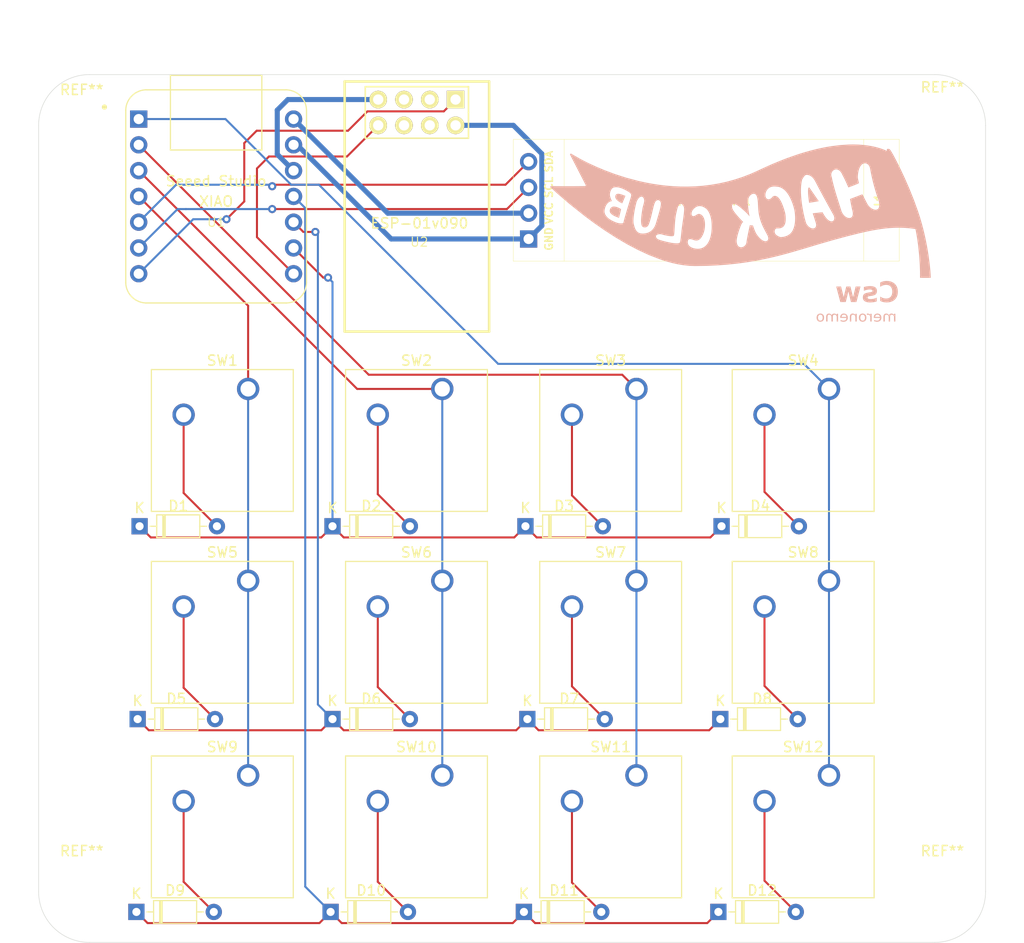
<source format=kicad_pcb>
(kicad_pcb (version 20240108) (generator "pcbnew") (generator_version "8.0")
  (layers (0 "F.Cu" signal) (31 "B.Cu" signal) (34 "B.Paste" user) (35 "F.Paste" user) (36 "B.SilkS" user "B.Silkscreen") (37 "F.SilkS" user "F.Silkscreen") (38 "B.Mask" user) (39 "F.Mask" user) (44 "Edge.Cuts" user))
  (net 0 "")
  (net 1 "ROW1")
  (net 2 "Net-(D1-A)")
  (net 3 "Net-(D2-A)")
  (net 4 "Net-(D3-A)")
  (net 5 "Net-(D4-A)")
  (net 6 "ROW2")
  (net 7 "Net-(D5-A)")
  (net 8 "Net-(D6-A)")
  (net 9 "Net-(D7-A)")
  (net 10 "Net-(D8-A)")
  (net 11 "ROW0")
  (net 12 "Net-(D9-A)")
  (net 13 "Net-(D10-A)")
  (net 14 "Net-(D11-A)")
  (net 15 "Net-(D12-A)")
  (net 16 "COL1")
  (net 17 "COL2")
  (net 18 "COL3")
  (net 19 "COL0")
  (net 20 "+3.3V")
  (net 21 "+5V")
  (net 22 "Net-(J1-Pin_4)")
  (net 23 "GND")
  (net 24 "Net-(J1-Pin_3)")
  (net 25 "TX")
  (net 26 "RX")
  (footprint "MountingHole:MountingHole_2.5mm" (layer "F.Cu") (at 172.25 103.5)
    (property "Reference" "REF**")
    (property "Value" "MountingHole_2.5mm")
  )
  (footprint "TurboCase:Cutout_TypeC" (layer "F.Cu") (at 100.75 26.25 -90)
    (property "Reference" "")
    (property "Value" "")
  )
  (footprint "Button_Switch_Keyboard:SW_Cherry_MX_1.00u_PCB" (layer "F.Cu") (at 123 54.47)
    (property "Reference" "SW2")
    (property "Value" "SW_Push")
  )
  (footprint "Button_Switch_Keyboard:SW_Cherry_MX_1.00u_PCB" (layer "F.Cu") (at 161.08 54.47)
    (property "Reference" "SW4")
    (property "Value" "SW_Push")
  )
  (footprint "MountingHole:MountingHole_2.5mm" (layer "F.Cu") (at 87.5 28.5)
    (property "Reference" "REF**")
    (property "Value" "MountingHole_2.5mm")
  )
  (footprint "Diode_THT:D_DO-35_SOD27_P7.62mm_Horizontal" (layer "F.Cu") (at 150.19 106)
    (property "Reference" "D12")
    (property "Value" "D")
  )
  (footprint "Button_Switch_Keyboard:SW_Cherry_MX_1.00u_PCB" (layer "F.Cu") (at 123 92.54)
    (property "Reference" "SW10")
    (property "Value" "SW_Push")
  )
  (footprint "Button_Switch_Keyboard:SW_Cherry_MX_1.00u_PCB" (layer "F.Cu") (at 161.08 73.37)
    (property "Reference" "SW8")
    (property "Value" "SW_Push")
  )
  (footprint "ESP8266:ESP-01" (layer "F.Cu") (at 124.31 25.959 -90)
    (property "Reference" "U2")
    (property "Value" "ESP-01v090")
  )
  (footprint "Button_Switch_Keyboard:SW_Cherry_MX_1.00u_PCB" (layer "F.Cu") (at 123 73.37)
    (property "Reference" "SW6")
    (property "Value" "SW_Push")
  )
  (footprint "Button_Switch_Keyboard:SW_Cherry_MX_1.00u_PCB" (layer "F.Cu") (at 103.88 54.47)
    (property "Reference" "SW1")
    (property "Value" "SW_Push")
  )
  (footprint "Seeed Studio XIAO Series Library:XIAO-Generic-Thruhole-14P-2.54-21X17.8MM" (layer "F.Cu") (at 100.73 35.5)
    (property "Reference" "U1")
    (property "Value" "Seeed Studio XIAO RP2040" (hide yes))
  )
  (footprint "MountingHole:MountingHole_2.5mm" (layer "F.Cu") (at 172.25 28.25)
    (property "Reference" "REF**")
    (property "Value" "MountingHole_2.5mm")
  )
  (footprint "Button_Switch_Keyboard:SW_Cherry_MX_1.00u_PCB" (layer "F.Cu") (at 142.12 54.47)
    (property "Reference" "SW3")
    (property "Value" "SW_Push")
  )
  (footprint "MountingHole:MountingHole_2.5mm" (layer "F.Cu") (at 87.5 103.5)
    (property "Reference" "REF**")
    (property "Value" "MountingHole_2.5mm")
  )
  (footprint "Diode_THT:D_DO-35_SOD27_P7.62mm_Horizontal" (layer "F.Cu") (at 112 106)
    (property "Reference" "D10")
    (property "Value" "D")
  )
  (footprint "Button_Switch_Keyboard:SW_Cherry_MX_1.00u_PCB" (layer "F.Cu") (at 142.12 92.54)
    (property "Reference" "SW11")
    (property "Value" "SW_Push")
  )
  (footprint "Button_Switch_Keyboard:SW_Cherry_MX_1.00u_PCB" (layer "F.Cu") (at 103.88 92.54)
    (property "Reference" "SW9")
    (property "Value" "SW_Push")
  )
  (footprint "SSD1306_OLED_0.91_4pin:SSD1306-0.91-OLED-4pin-128x32" (layer "F.Cu") (at 168 41.885 180)
    (property "Reference" "J1")
    (property "Value" "OLED")
  )
  (footprint "Diode_THT:D_DO-35_SOD27_P7.62mm_Horizontal" (layer "F.Cu") (at 93.19 68)
    (property "Reference" "D1")
    (property "Value" "D")
  )
  (footprint "Diode_THT:D_DO-35_SOD27_P7.62mm_Horizontal" (layer "F.Cu") (at 93 87)
    (property "Reference" "D5")
    (property "Value" "D")
  )
  (footprint "Diode_THT:D_DO-35_SOD27_P7.62mm_Horizontal" (layer "F.Cu") (at 92.88 106)
    (property "Reference" "D9")
    (property "Value" "D")
  )
  (footprint "Diode_THT:D_DO-35_SOD27_P7.62mm_Horizontal" (layer "F.Cu") (at 131.38 87)
    (property "Reference" "D7")
    (property "Value" "D")
  )
  (footprint "Button_Switch_Keyboard:SW_Cherry_MX_1.00u_PCB" (layer "F.Cu") (at 161.08 92.54)
    (property "Reference" "SW12")
    (property "Value" "SW_Push")
  )
  (footprint "Diode_THT:D_DO-35_SOD27_P7.62mm_Horizontal" (layer "F.Cu") (at 112.19 87)
    (property "Reference" "D6")
    (property "Value" "D")
  )
  (footprint "Diode_THT:D_DO-35_SOD27_P7.62mm_Horizontal" (layer "F.Cu") (at 131.19 68)
    (property "Reference" "D3")
    (property "Value" "D")
  )
  (footprint "Diode_THT:D_DO-35_SOD27_P7.62mm_Horizontal" (layer "F.Cu") (at 131.04 106)
    (property "Reference" "D11")
    (property "Value" "D")
  )
  (footprint "Button_Switch_Keyboard:SW_Cherry_MX_1.00u_PCB" (layer "F.Cu") (at 103.88 73.37)
    (property "Reference" "SW5")
    (property "Value" "SW_Push")
  )
  (footprint "Button_Switch_Keyboard:SW_Cherry_MX_1.00u_PCB" (layer "F.Cu") (at 142.12 73.37)
    (property "Reference" "SW7")
    (property "Value" "SW_Push")
  )
  (footprint "Diode_THT:D_DO-35_SOD27_P7.62mm_Horizontal" (layer "F.Cu") (at 150.38 87)
    (property "Reference" "D8")
    (property "Value" "D")
  )
  (footprint "Diode_THT:D_DO-35_SOD27_P7.62mm_Horizontal" (layer "F.Cu") (at 112.19 68)
    (property "Reference" "D2")
    (property "Value" "D")
  )
  (footprint "Diode_THT:D_DO-35_SOD27_P7.62mm_Horizontal" (layer "F.Cu") (at 150.5 68)
    (property "Reference" "D4")
    (property "Value" "D")
  )
  (gr_poly (pts (xy 163.030445 30.388716) (xy 162.215062 30.440212) (xy 161.3185 30.550253) (xy 160.83927 30.629941) (xy 160.339139 30.727519) (xy 159.817904 30.844074) (xy 159.275363 30.980689) (xy 158.711313 31.138451) (xy 158.125552 31.318443) (xy 157.517878 31.521751) (xy 156.888089 31.74946) (xy 156.235982 32.002655) (xy 155.561355 32.28242) (xy 154.864006 32.589841) (xy 154.143732 32.926003) (xy 153.353745 33.279497) (xy 152.564634 33.58391) (xy 151.777689 33.841539) (xy 150.994198 34.054682) (xy 150.215452 34.225638) (xy 149.442738 34.356706) (xy 148.677346 34.450183) (xy 147.920566 34.508369) (xy 147.173687 34.53356) (xy 146.437997 34.528056) (xy 145.714786 34.494155) (xy 145.005343 34.434156) (xy 144.310958 34.350356) (xy 143.63292 34.245053) (xy 142.972517 34.120547) (xy 142.331039 33.979136) (xy 141.110015 33.65479) (xy 139.980162 33.290402) (xy 138.951793 32.904359) (xy 138.035221 32.515047) (xy 137.240761 32.140854) (xy 136.578725 31.800165) (xy 135.693183 31.292847) (xy 135.68834 31.290233) (xy 135.683323 31.28825) (xy 135.67816 31.286871) (xy 135.672877 31.28607) (xy 135.667501 31.285823) (xy 135.662058 31.286104) (xy 135.656577 31.286887) (xy 135.651082 31.288147) (xy 135.645602 31.289857) (xy 135.640162 31.291993) (xy 135.63479 31.29453) (xy 135.629512 31.297441) (xy 135.624355 31.3007) (xy 135.619345 31.304284) (xy 135.61451 31.308165) (xy 135.609876 31.312318) (xy 135.60547 31.316719) (xy 135.601319 31.32134) (xy 135.597449 31.326158) (xy 135.593887 31.331145) (xy 135.59066 31.336278) (xy 135.587795 31.341529) (xy 135.585318 31.346874) (xy 135.583256 31.352287) (xy 135.581636 31.357743) (xy 135.580484 31.363216) (xy 135.579828 31.36868) (xy 135.579694 31.37411) (xy 135.580109 31.379481) (xy 135.581099 31.384766) (xy 135.582691 31.389941) (xy 135.584913 31.39498) (xy 137.119561 34.382239) (xy 137.121665 34.386676) (xy 137.123439 34.391153) (xy 137.12489 34.39566) (xy 137.126027 34.400184) (xy 137.126854 34.404712) (xy 137.12738 34.409235) (xy 137.127611 34.413739) (xy 137.127554 34.418214) (xy 137.127216 34.422647) (xy 137.126604 34.427026) (xy 137.125725 34.43134) (xy 137.124585 34.435577) (xy 137.123192 34.439725) (xy 137.121553 34.443773) (xy 137.119674 34.447709) (xy 137.117562 34.45152) (xy 137.115224 34.455196) (xy 137.112668 34.458725) (xy 137.109899 34.462094) (xy 137.106925 34.465292) (xy 137.103753 34.468307) (xy 137.10039 34.471127) (xy 137.096842 34.473742) (xy 137.093117 34.476138) (xy 137.089221 34.478304) (xy 137.085162 34.480229) (xy 137.080946 34.481901) (xy 137.076579 34.483307) (xy 137.07207 34.484437) (xy 137.067425 34.485277) (xy 137.06265 34.485818) (xy 137.057753 34.486046) (xy 135.817889 34.496302) (xy 134.8332 34.49626) (xy 133.708562 34.486884) (xy 133.702584 34.487018) (xy 133.696781 34.487569) (xy 133.69116 34.488519) (xy 133.685734 34.489848) (xy 133.680513 34.491536) (xy 133.675505 34.493566) (xy 133.670723 34.495918) (xy 133.666175 34.498573) (xy 133.661873 34.501513) (xy 133.657826 34.504718) (xy 133.654045 34.508169) (xy 133.65054 34.511847) (xy 133.647321 34.515734) (xy 133.644398 34.51981) (xy 133.641782 34.524057) (xy 133.639483 34.528455) (xy 133.637511 34.532985) (xy 133.635876 34.537629) (xy 133.634589 34.542368) (xy 133.63366 34.547182) (xy 133.633099 34.552053) (xy 133.632916 34.556962) (xy 133.633122 34.561889) (xy 133.633726 34.566816) (xy 133.63474 34.571724) (xy 133.636173 34.576593) (xy 133.638035 34.581406) (xy 133.640337 34.586142) (xy 133.643089 34.590783) (xy 133.646301 34.59531) (xy 133.649983 34.599704) (xy 133.654147 34.603946) (xy 134.328402 35.220871) (xy 135.504153 36.232821) (xy 137.088501 37.492689) (xy 138.004867 38.16962) (xy 138.988543 38.853366) (xy 140.027919 39.525537) (xy 141.11138 40.167746) (xy 142.227315 40.761604) (xy 143.36411 41.288722) (xy 144.510154 41.730712) (xy 145.083015 41.914038) (xy 145.653834 42.069186) (xy 146.221158 42.193858) (xy 146.783536 42.285755) (xy 147.339517 42.342579) (xy 147.887649 42.362031) (xy 149.0279 42.345351) (xy 150.10603 42.297085) (xy 151.127136 42.219895) (xy 152.096318 42.116445) (xy 153.018673 41.989396) (xy 153.899301 41.841409) (xy 154.743299 41.675149) (xy 155.555767 41.493276) (xy 156.341802 41.298453) (xy 157.106503 41.093343) (xy 158.592297 40.662907) (xy 160.053937 40.223268) (xy 161.53221 39.795723) (xy 162.085182 39.646526) (xy 155.102704 39.646526) (xy 155.099246 39.689665) (xy 155.091232 39.729827) (xy 155.078827 39.766797) (xy 155.062199 39.800359) (xy 155.041515 39.830299) (xy 155.01694 39.856401) (xy 154.988642 39.878449) (xy 154.956788 39.896228) (xy 154.921543 39.909524) (xy 154.883076 39.91812) (xy 154.841552 39.921801) (xy 154.797138 39.920352) (xy 154.750002 39.913558) (xy 154.700309 39.901203) (xy 154.648226 39.883072) (xy 154.59392 39.85895) (xy 154.537558 39.82862) (xy 154.479307 39.791869) (xy 154.419333 39.748481) (xy 154.357803 39.69824) (xy 154.294883 39.64093) (xy 154.23074 39.576338) (xy 154.165542 39.504247) (xy 154.099454 39.424441) (xy 154.032644 39.336707) (xy 153.965277 39.240827) (xy 153.932371 39.190833) (xy 153.899356 39.133396) (xy 153.86654 39.069989) (xy 153.834232 39.002084) (xy 153.802739 38.931152) (xy 153.772369 38.858665) (xy 153.716231 38.714917) (xy 153.66828 38.582614) (xy 153.63098 38.473532) (xy 153.598184 38.372136) (xy 153.284528 38.336836) (xy 153.139635 39.004394) (xy 153.026715 39.572318) (xy 152.980027 39.83708) (xy 152.947432 40.059429) (xy 152.938772 40.105507) (xy 152.925641 40.150134) (xy 152.908347 40.193118) (xy 152.887201 40.234268) (xy 152.86251 40.273391) (xy 152.834583 40.310296) (xy 152.803728 40.34479) (xy 152.770256 40.376684) (xy 152.734473 40.405783) (xy 152.696689 40.431898) (xy 152.657213 40.454836) (xy 152.616353 40.474405) (xy 152.574419 40.490414) (xy 152.531718 40.502671) (xy 152.488559 40.510984) (xy 152.445252 40.515161) (xy 152.402104 40.515011) (xy 152.359425 40.510343) (xy 152.317524 40.500963) (xy 152.276708 40.486681) (xy 152.237288 40.467305) (xy 152.19957 40.442643) (xy 152.163865 40.412503) (xy 152.130481 40.376694) (xy 152.099726 40.335024) (xy 152.07191 40.287301) (xy 152.04734 40.233333) (xy 152.026327 40.172929) (xy 152.009178 40.105897) (xy 151.996201 40.032045) (xy 151.987707 39.951181) (xy 151.984004 39.863115) (xy 151.999852 39.731797) (xy 152.023907 39.58936) (xy 152.056376 39.435751) (xy 152.097467 39.270916) (xy 152.147389 39.094803) (xy 152.206348 38.907359) (xy 152.274554 38.708531) (xy 152.352213 38.498267) (xy 152.373394 38.440851) (xy 149.530567 38.440851) (xy 149.528897 38.611702) (xy 149.52303 38.740227) (xy 149.514082 38.865222) (xy 149.502076 38.986619) (xy 149.487034 39.104351) (xy 149.468979 39.218351) (xy 149.447932 39.328553) (xy 149.423918 39.434888) (xy 149.396956 39.537291) (xy 149.367071 39.635694) (xy 149.334285 39.730029) (xy 149.298619 39.82023) (xy 149.260097 39.90623) (xy 149.218741 39.987962) (xy 149.174572 40.065358) (xy 149.127614 40.138352) (xy 149.077888 40.206877) (xy 149.025418 40.270865) (xy 148.970226 40.330249) (xy 148.912333 40.384962) (xy 148.851762 40.434938) (xy 148.788537 40.480109) (xy 148.722678 40.520409) (xy 148.654209 40.555769) (xy 148.583152 40.586123) (xy 148.509528 40.611404) (xy 148.433362 40.631546) (xy 148.354674 40.646479) (xy 148.273488 40.656139) (xy 148.189826 40.660458) (xy 148.103709 40.659368) (xy 148.015162 40.652802) (xy 147.924205 40.640694) (xy 147.835567 40.624212) (xy 147.753797 40.604731) (xy 147.678646 40.582478) (xy 147.609867 40.55768) (xy 147.547211 40.530563) (xy 147.49043 40.501354) (xy 147.439276 40.470277) (xy 147.393501 40.437561) (xy 147.352856 40.403431) (xy 147.317093 40.368114) (xy 147.285965 40.331835) (xy 147.259223 40.294822) (xy 147.236619 40.2573) (xy 147.217904 40.219497) (xy 147.202831 40.181638) (xy 147.191151 40.143949) (xy 147.182616 40.106658) (xy 147.176979 40.06999) (xy 147.17399 40.034171) (xy 147.173402 39.999429) (xy 147.174966 39.965989) (xy 147.178435 39.934078) (xy 147.18356 39.903922) (xy 147.190094 39.875747) (xy 147.197787 39.84978) (xy 147.206391 39.826247) (xy 147.215659 39.805375) (xy 147.225343 39.787389) (xy 147.235194 39.772517) (xy 147.244964 39.760984) (xy 147.254404 39.753017) (xy 147.263268 39.748842) (xy 147.276321 39.744636) (xy 147.288745 39.739358) (xy 147.31428 39.727337) (xy 147.328677 39.721472) (xy 147.345019 39.716287) (xy 147.363949 39.712222) (xy 147.38611 39.709716) (xy 147.412146 39.709205) (xy 147.442698 39.71113) (xy 147.478412 39.715929) (xy 147.519931 39.72404) (xy 147.567897 39.735901) (xy 147.622953 39.751951) (xy 147.685744 39.772629) (xy 147.756913 39.798373) (xy 147.794422 39.811612) (xy 147.831355 39.822905) (xy 147.867723 39.832233) (xy 147.903535 39.839574) (xy 147.938799 39.844909) (xy 147.973524 39.848217) (xy 148.007721 39.849478) (xy 148.041398 39.848671) (xy 148.074565 39.845776) (xy 148.10723 39.840773) (xy 148.139403 39.833642) (xy 148.171094 39.824361) (xy 148.20231 39.812911) (xy 148.233062 39.799272) (xy 148.263359 39.783422) (xy 148.29321 39.765342) (xy 148.322625 39.745012) (xy 148.351611 39.72241) (xy 148.38018 39.697517) (xy 148.408339 39.670312) (xy 148.436098 39.640775) (xy 148.463467 39.608886) (xy 148.490454 39.574624) (xy 148.517069 39.537969) (xy 148.54332 39.4989) (xy 148.569218 39.457398) (xy 148.61999 39.36701) (xy 148.669456 39.266643) (xy 148.717692 39.156133) (xy 148.748191 39.073456) (xy 148.776422 38.982661) (xy 148.801923 38.884846) (xy 148.824227 38.781114) (xy 148.842869 38.672564) (xy 148.857386 38.560296) (xy 148.867311 38.445412) (xy 148.87218 38.329011) (xy 148.871527 38.212194) (xy 148.864889 38.096061) (xy 148.851801 37.981713) (xy 148.831796 37.87025) (xy 148.80441 37.762773) (xy 148.769179 37.660382) (xy 148.748477 37.611438) (xy 148.725638 37.564177) (xy 148.700605 37.518739) (xy 148.673321 37.475259) (xy 148.664844 37.462975) (xy 148.6564 37.451244) (xy 148.647996 37.44005) (xy 148.639639 37.429377) (xy 148.631336 37.419209) (xy 148.623093 37.40953) (xy 148.606813 37.391575) (xy 148.590852 37.375382) (xy 148.575263 37.360823) (xy 148.5601 37.347769) (xy 148.545414 37.33609) (xy 148.531259 37.325658) (xy 148.517688 37.316343) (xy 148.504753 37.308018) (xy 148.492507 37.300553) (xy 148.451474 37.276714) (xy 148.434481 37.266982) (xy 148.417491 37.258471) (xy 148.400533 37.251127) (xy 148.383635 37.244896) (xy 148.366827 37.239722) (xy 148.350138 37.235553) (xy 148.333596 37.232332) (xy 148.31723 37.230007) (xy 148.30107 37.228522) (xy 148.285145 37.227823) (xy 148.269484 37.227856) (xy 148.254115 37.228566) (xy 148.239068 37.2299) (xy 148.224371 37.231801) (xy 148.210054 37.234218) (xy 148.196145 37.237094) (xy 148.182675 37.240375) (xy 148.16967 37.244007) (xy 148.145178 37.252108) (xy 148.1229 37.260961) (xy 148.103068 37.270129) (xy 148.085915 37.27918) (xy 148.071673 37.287677) (xy 148.060573 37.295185) (xy 148.052848 37.30127) (xy 148.006449 37.333471) (xy 147.962419 37.361284) (xy 147.920735 37.384857) (xy 147.881373 37.404341) (xy 147.84431 37.419887) (xy 147.809522 37.431645) (xy 147.776986 37.439764) (xy 147.74668 37.444395) (xy 147.718578 37.445688) (xy 147.692659 37.443794) (xy 147.668899 37.438862) (xy 147.647274 37.431042) (xy 147.627761 37.420486) (xy 147.610337 37.407342) (xy 147.594979 37.391762) (xy 147.581663 37.373895) (xy 147.570365 37.353891) (xy 147.561063 37.331901) (xy 147.553733 37.308075) (xy 147.548352 37.282563) (xy 147.544897 37.255515) (xy 147.543343 37.227081) (xy 147.543669 37.197412) (xy 147.54585 37.166658) (xy 147.549863 37.134968) (xy 147.555684 37.102494) (xy 147.563292 37.069385) (xy 147.572661 37.035791) (xy 147.583769 37.001863) (xy 147.596593 36.967751) (xy 147.611109 36.933604) (xy 147.627293 36.899574) (xy 147.665498 36.847716) (xy 147.704563 36.798882) (xy 147.739523 36.758793) (xy 146.816086 36.758793) (xy 146.813263 36.861675) (xy 146.806878 36.971924) (xy 146.785016 37.211082) (xy 146.753676 37.469375) (xy 146.716038 37.739909) (xy 146.634577 38.290134) (xy 146.59711 38.556041) (xy 146.566055 38.806621) (xy 146.49245 39.501775) (xy 146.478022 39.624853) (xy 146.462059 39.743389) (xy 146.442996 39.865253) (xy 146.419273 39.998316) (xy 146.407357 40.030914) (xy 146.385351 40.058261) (xy 146.35393 40.080627) (xy 146.313774 40.098284) (xy 146.26556 40.111503) (xy 146.209965 40.120555) (xy 146.147668 40.125711) (xy 146.079345 40.127243) (xy 145.927336 40.120518) (xy 145.75936 40.10255) (xy 145.580838 40.075508) (xy 145.397193 40.041561) (xy 145.036217 39.961632) (xy 144.719809 39.880119) (xy 144.491341 39.81438) (xy 144.394188 39.78177) (xy 144.383736 39.776636) (xy 144.369697 39.771308) (xy 144.332695 39.758801) (xy 144.310652 39.750987) (xy 144.286858 39.741709) (xy 144.261775 39.73065) (xy 144.23586 39.717491) (xy 144.209573 39.701915) (xy 144.196434 39.693121) (xy 144.183375 39.683605) (xy 144.170452 39.673325) (xy 144.157723 39.662242) (xy 144.145245 39.650317) (xy 144.133077 39.63751) (xy 144.121275 39.623781) (xy 144.109897 39.609091) (xy 144.099 39.593399) (xy 144.088641 39.576666) (xy 144.078879 39.558853) (xy 144.06977 39.539919) (xy 144.061372 39.519825) (xy 144.053742 39.498532) (xy 144.046307 39.477437) (xy 144.041768 39.457101) (xy 144.039997 39.437534) (xy 144.040863 39.418744) (xy 144.044236 39.400741) (xy 144.049987 39.383534) (xy 144.057986 39.367132) (xy 144.068102 39.351544) (xy 144.080207 39.336779) (xy 144.094169 39.322846) (xy 144.109859 39.309755) (xy 144.127148 39.297515) (xy 144.145904 39.286134) (xy 144.166 39.275623) (xy 144.209686 39.257243) (xy 144.257166 39.242449) (xy 144.307403 39.231314) (xy 144.359356 39.22391) (xy 144.411986 39.220312) (xy 144.464255 39.220591) (xy 144.515123 39.224822) (xy 144.563551 39.233078) (xy 144.6085 39.24543) (xy 144.720484 39.27874) (xy 144.874413 39.317526) (xy 145.054505 39.356628) (xy 145.149429 39.374686) (xy 145.244976 39.390888) (xy 145.339173 39.404589) (xy 145.430047 39.415145) (xy 145.515625 39.42191) (xy 145.593934 39.42424) (xy 145.663002 39.421489) (xy 145.693454 39.418007) (xy 145.720856 39.413013) (xy 145.744962 39.406427) (xy 145.765524 39.398167) (xy 145.782296 39.388154) (xy 145.795031 39.376306) (xy 145.814383 39.335554) (xy 145.830356 39.266464) (xy 145.843639 39.172037) (xy 145.85492 39.055274) (xy 145.893801 38.424881) (xy 145.919136 38.05369) (xy 145.955747 37.677178) (xy 145.980002 37.494429) (xy 146.009142 37.319352) (xy 146.043855 37.154948) (xy 146.08483 37.004218) (xy 146.093468 36.953405) (xy 146.102543 36.904605) (xy 146.11204 36.857792) (xy 146.121941 36.812938) (xy 146.132228 36.770014) (xy 146.142885 36.728995) (xy 146.153894 36.689851) (xy 146.16524 36.652555) (xy 146.176903 36.617081) (xy 146.188869 36.583399) (xy 146.201119 36.551483) (xy 146.213636 36.521305) (xy 146.226404 36.492837) (xy 146.239405 36.466051) (xy 146.252623 36.440921) (xy 146.26604 36.417418) (xy 146.279639 36.395515) (xy 146.293404 36.375185) (xy 146.307317 36.356398) (xy 146.321361 36.339129) (xy 146.335519 36.323349) (xy 146.349774 36.309031) (xy 146.36411 36.296147) (xy 146.378508 36.28467) (xy 146.392952 36.274571) (xy 146.407426 36.265824) (xy 146.421911 36.258401) (xy 146.436391 36.252273) (xy 146.450849 36.247414) (xy 146.465268 36.243796) (xy 146.479631 36.241391) (xy 146.493921 36.240172) (xy 146.493921 36.240174) (xy 146.510005 36.24019) (xy 146.525949 36.241653) (xy 146.541728 36.244523) (xy 146.557317 36.248759) (xy 146.572691 36.254321) (xy 146.587826 36.261169) (xy 146.602696 36.269263) (xy 146.617277 36.278562) (xy 146.631544 36.289027) (xy 146.645472 36.300616) (xy 146.672214 36.327009) (xy 146.697304 36.357419) (xy 146.720544 36.391525) (xy 146.741736 36.429004) (xy 146.760682 36.469536) (xy 146.777183 36.512797) (xy 146.791041 36.558467) (xy 146.802059 36.606223) (xy 146.810038 36.655744) (xy 146.81478 36.706708) (xy 146.816086 36.758793) (xy 147.739523 36.758793) (xy 147.744479 36.75311) (xy 147.785235 36.710439) (xy 147.82682 36.670907) (xy 147.869224 36.634554) (xy 147.912435 36.601417) (xy 147.956444 36.571537) (xy 148.00124 36.544951) (xy 148.046812 36.521698) (xy 148.093149 36.501817) (xy 148.140242 36.485346) (xy 148.188078 36.472325) (xy 148.236648 36.462792) (xy 148.285941 36.456786) (xy 148.335947 36.454345) (xy 148.375325 36.454937) (xy 148.415122 36.457729) (xy 148.455332 36.462739) (xy 148.495951 36.469985) (xy 148.536975 36.479484) (xy 148.578397 36.491255) (xy 148.620213 36.505316) (xy 148.662419 36.521684) (xy 148.705009 36.540378) (xy 148.747978 36.561416) (xy 148.791322 36.584815) (xy 148.835035 36.610593) (xy 148.879113 36.63877) (xy 148.923551 36.669361) (xy 148.968344 36.702386) (xy 149.013487 36.737863) (xy 149.074013 36.80269) (xy 149.131507 36.874295) (xy 149.18581 36.952721) (xy 149.236761 37.038008) (xy 149.284203 37.130197) (xy 149.327976 37.229331) (xy 149.36792 37.335451) (xy 149.403878 37.448597) (xy 149.435689 37.568812) (xy 149.463194 37.696136) (xy 149.486235 37.830611) (xy 149.504651 37.972279) (xy 149.518285 38.121181) (xy 149.526977 38.277357) (xy 149.530567 38.440851) (xy 152.373394 38.440851) (xy 152.376843 38.4315) (xy 152.405019 38.361908) (xy 152.441449 38.280503) (xy 152.462216 38.23826) (xy 152.484392 38.19653) (xy 152.507762 38.156469) (xy 152.532108 38.119233) (xy 152.557211 38.085976) (xy 152.569979 38.071202) (xy 152.582855 38.057856) (xy 152.595812 38.046083) (xy 152.608822 38.036027) (xy 152.621859 38.027833) (xy 152.634894 38.021645) (xy 152.479452 37.862591) (xy 152.318142 37.691539) (xy 152.130433 37.484148) (xy 151.938321 37.25893) (xy 151.847488 37.145419) (xy 151.763801 37.034393) (xy 151.690012 36.928164) (xy 151.628869 36.829047) (xy 151.583121 36.739355) (xy 151.56688 36.698767) (xy 151.555518 36.661402) (xy 151.540407 36.588333) (xy 151.532268 36.519287) (xy 151.531558 36.455444) (xy 151.534133 36.425843) (xy 151.538738 36.397986) (xy 151.545429 36.372019) (xy 151.554265 36.348091) (xy 151.565302 36.326349) (xy 151.578598 36.30694) (xy 151.594211 36.290013) (xy 151.612197 36.275714) (xy 151.632614 36.264192) (xy 151.655519 36.255593) (xy 151.68097 36.250065) (xy 151.709023 36.247756) (xy 151.739737 36.248813) (xy 151.773169 36.253384) (xy 151.809375 36.261616) (xy 151.848414 36.273657) (xy 151.890342 36.289655) (xy 151.935217 36.309756) (xy 151.983096 36.334109) (xy 152.034037 36.36286) (xy 152.088097 36.396158) (xy 152.145333 36.43415) (xy 152.205803 36.476984) (xy 152.269563 36.524806) (xy 152.336672 36.577765) (xy 152.407187 36.636008) (xy 152.477439 36.695663) (xy 152.54381 36.752771) (xy 152.606407 36.807375) (xy 152.665339 36.859519) (xy 152.720714 36.909245) (xy 152.77264 36.956596) (xy 152.821226 37.001615) (xy 152.86658 37.044344) (xy 152.90881 37.084826) (xy 152.948025 37.123105) (xy 152.984333 37.159222) (xy 153.017842 37.193221) (xy 153.04866 37.225144) (xy 153.076896 37.255035) (xy 153.102659 37.282935) (xy 153.126056 37.308888) (xy 153.166187 37.355125) (xy 153.198155 37.394085) (xy 153.222828 37.426113) (xy 153.241072 37.45155) (xy 153.253753 37.470738) (xy 153.261738 37.48402) (xy 153.267087 37.494235) (xy 153.238746 37.356494) (xy 153.210083 37.202216) (xy 153.177769 37.006909) (xy 153.146313 36.782506) (xy 153.120221 36.54094) (xy 153.110597 36.417449) (xy 153.104004 36.294141) (xy 153.102106 36.217136) (xy 144.529888 36.217136) (xy 144.529659 36.251475) (xy 144.527017 36.286774) (xy 144.507938 36.429556) (xy 144.480449 36.578813) (xy 144.442555 36.744888) (xy 144.392263 36.938122) (xy 144.246509 37.447437) (xy 144.027233 38.189495) (xy 143.991384 38.291393) (xy 143.951913 38.386078) (xy 143.909108 38.473807) (xy 143.863256 38.554835) (xy 143.814647 38.629418) (xy 143.763567 38.69781) (xy 143.710305 38.760268) (xy 143.65515 38.817047) (xy 143.598389 38.868402) (xy 143.54031 38.914589) (xy 143.481201 38.955864) (xy 143.421351 38.992482) (xy 143.361047 39.024698) (xy 143.300578 39.052768) (xy 143.240232 39.076948) (xy 143.180296 39.097493) (xy 143.121059 39.114659) (xy 143.062809 39.128701) (xy 142.950422 39.148435) (xy 142.84544 39.15874) (xy 142.750167 39.161659) (xy 142.666907 39.159238) (xy 142.597966 39.153519) (xy 142.512257 39.140367) (xy 142.468755 39.128726) (xy 142.42741 39.115115) (xy 142.388154 39.099615) (xy 142.350918 39.082308) (xy 142.315634 39.063276) (xy 142.282232 39.042601) (xy 142.250644 39.020365) (xy 142.220801 38.996649) (xy 142.192635 38.971535) (xy 142.166076 38.945106) (xy 142.141056 38.917442) (xy 142.117506 38.888626) (xy 142.074541 38.827865) (xy 142.036632 38.763477) (xy 142.003229 38.696116) (xy 141.973782 38.626437) (xy 141.94774 38.555094) (xy 141.924554 38.482741) (xy 141.884549 38.337628) (xy 141.849367 38.196332) (xy 141.834694 38.116139) (xy 141.82631 38.021199) (xy 141.823786 37.913141) (xy 141.826689 37.793592) (xy 141.834588 37.664183) (xy 141.847052 37.52654) (xy 141.883949 37.233071) (xy 141.933929 36.926212) (xy 141.993541 36.618992) (xy 142.059335 36.324438) (xy 142.12786 36.055579) (xy 142.151963 35.993786) (xy 142.17776 35.935493) (xy 142.205081 35.880771) (xy 142.233755 35.829689) (xy 142.263612 35.782314) (xy 142.27893 35.760039) (xy 142.29448 35.738717) (xy 142.310239 35.718356) (xy 142.326188 35.698966) (xy 142.342304 35.680554) (xy 142.358567 35.663129) (xy 142.374954 35.646701) (xy 142.391444 35.631277) (xy 142.408017 35.616867) (xy 142.424651 35.603478) (xy 142.441324 35.59112) (xy 142.458015 35.579801) (xy 142.474703 35.569529) (xy 142.491366 35.560314) (xy 142.507983 35.552164) (xy 142.524533 35.545088) (xy 142.540995 35.539094) (xy 142.557346 35.53419) (xy 142.573566 35.530387) (xy 142.589634 35.527691) (xy 142.605527 35.526112) (xy 142.621225 35.525658) (xy 142.645206 35.527209) (xy 142.668582 35.531536) (xy 142.691273 35.538672) (xy 142.713198 35.548649) (xy 142.734278 35.561499) (xy 142.754432 35.577253) (xy 142.773581 35.595946) (xy 142.791643 35.617608) (xy 142.80854 35.642272) (xy 142.824191 35.66997) (xy 142.838516 35.700734) (xy 142.851434 35.734598) (xy 142.862866 35.771592) (xy 142.872732 35.811749) (xy 142.880951 35.855101) (xy 142.887443 35.901681) (xy 142.887207 35.935161) (xy 142.884914 35.970162) (xy 142.880721 36.0067) (xy 142.874782 36.044787) (xy 142.858293 36.125665) (xy 142.836691 36.212903) (xy 142.78313 36.406896) (xy 142.75366 36.513869) (xy 142.724057 36.627637) (xy 142.682518 36.878585) (xy 142.643059 37.137004) (xy 142.609493 37.395295) (xy 142.596111 37.522018) (xy 142.585632 37.645859) (xy 142.578533 37.765869) (xy 142.575291 37.881098) (xy 142.576381 37.990596) (xy 142.58228 38.093413) (xy 142.593466 38.188599) (xy 142.610414 38.275205) (xy 142.633601 38.352281) (xy 142.647683 38.386948) (xy 142.663504 38.418876) (xy 142.678141 38.438309) (xy 142.69371 38.456244) (xy 142.710149 38.472694) (xy 142.727397 38.48767) (xy 142.745394 38.501184) (xy 142.764077 38.513249) (xy 142.783385 38.523875) (xy 142.803258 38.533076) (xy 142.823635 38.540863) (xy 142.844453 38.547248) (xy 142.865653 38.552243) (xy 142.887172 38.55586) (xy 142.90895 38.55811) (xy 142.930925 38.559007) (xy 142.953037 38.558561) (xy 142.975224 38.556785) (xy 142.997425 38.553691) (xy 143.019579 38.549291) (xy 143.041625 38.543596) (xy 143.063501 38.536618) (xy 143.085146 38.52837) (xy 143.1065 38.518864) (xy 143.127501 38.50811) (xy 143.148087 38.496122) (xy 143.168199 38.482912) (xy 143.187774 38.468491) (xy 143.206751 38.452871) (xy 143.22507 38.436064) (xy 143.242669 38.418082) (xy 143.259486 38.398937) (xy 143.275462 38.378641) (xy 143.290534 38.357206) (xy 143.342843 38.239629) (xy 143.393312 38.106052) (xy 143.442018 37.959201) (xy 143.48904 37.801801) (xy 143.578347 37.466247) (xy 143.661865 37.121187) (xy 143.740223 36.788417) (xy 143.81405 36.489734) (xy 143.849462 36.359986) (xy 143.883977 36.246933) (xy 143.917675 36.153299) (xy 143.950634 36.08181) (xy 143.972556 36.045294) (xy 143.995305 36.012452) (xy 144.018775 35.983193) (xy 144.042856 35.957428) (xy 144.067442 35.935066) (xy 144.092423 35.916015) (xy 144.117693 35.900186) (xy 144.143142 35.887489) (xy 144.168663 35.877832) (xy 144.194148 35.871125) (xy 144.219489 35.867277) (xy 144.244577 35.866199) (xy 144.269306 35.867799) (xy 144.293566 35.871988) (xy 144.317249 35.878674) (xy 144.340249 35.887767) (xy 144.362456 35.899177) (xy 144.383762 35.912813) (xy 144.40406 35.928584) (xy 144.423242 35.946401) (xy 144.441199 35.966172) (xy 144.457824 35.987807) (xy 144.473008 36.011216) (xy 144.486644 36.036308) (xy 144.498623 36.062992) (xy 144.508837 36.091179) (xy 144.517179 36.120777) (xy 144.52354 36.151696) (xy 144.527812 36.183846) (xy 144.529888 36.217136) (xy 153.102106 36.217136) (xy 153.101006 36.172509) (xy 153.102168 36.054044) (xy 153.098957 36.011976) (xy 153.097901 35.970456) (xy 153.098918 35.929535) (xy 153.101929 35.889266) (xy 153.106854 35.849701) (xy 153.113613 35.810894) (xy 153.122126 35.772896) (xy 153.132313 35.735761) (xy 153.144094 35.699541) (xy 153.157389 35.664288) (xy 153.172117 35.630055) (xy 153.188199 35.596895) (xy 153.205555 35.56486) (xy 153.224104 35.534002) (xy 153.243767 35.504376) (xy 153.264464 35.476032) (xy 153.286114 35.449023) (xy 153.308638 35.423403) (xy 153.331955 35.399223) (xy 153.345324 35.386602) (xy 141.60117 35.386602) (xy 141.600866 35.401212) (xy 141.598495 35.429955) (xy 141.5944 35.458115) (xy 141.589327 35.485757) (xy 141.579244 35.53975) (xy 141.213303 36.737536) (xy 140.959775 37.602558) (xy 140.874842 37.917207) (xy 140.850267 38.022017) (xy 140.840452 38.083037) (xy 140.838321 38.092188) (xy 140.834526 38.100757) (xy 140.829124 38.108748) (xy 140.822171 38.116163) (xy 140.813725 38.123005) (xy 140.803843 38.129279) (xy 140.78 38.140132) (xy 140.751097 38.148747) (xy 140.717591 38.15515) (xy 140.67994 38.159366) (xy 140.638599 38.161421) (xy 140.594027 38.16134) (xy 140.546679 38.15915) (xy 140.497012 38.154875) (xy 140.445483 38.148541) (xy 140.39255 38.140173) (xy 140.338667 38.129799) (xy 140.284293 38.117442) (xy 140.229884 38.103128) (xy 140.073463 38.047525) (xy 139.92655 37.988015) (xy 139.789346 37.924813) (xy 139.724447 37.891895) (xy 139.662049 37.858135) (xy 139.602179 37.82356) (xy 139.544861 37.788196) (xy 139.490119 37.752072) (xy 139.437979 37.715212) (xy 139.388467 37.677646) (xy 139.341605 37.639398) (xy 139.297421 37.600497) (xy 139.255938 37.560969) (xy 139.217182 37.520842) (xy 139.181177 37.480141) (xy 139.147949 37.438894) (xy 139.117523 37.397129) (xy 139.089923 37.354871) (xy 139.065174 37.312148) (xy 139.043302 37.268986) (xy 139.024331 37.225413) (xy 139.008286 37.181456) (xy 138.995193 37.137141) (xy 138.985076 37.092496) (xy 138.97796 37.047546) (xy 138.97387 37.00232) (xy 138.972832 36.956844) (xy 138.974869 36.911145) (xy 138.980007 36.86525) (xy 138.995761 36.774695) (xy 139.016131 36.687177) (xy 139.028 36.644659) (xy 139.040967 36.603022) (xy 139.055014 36.562306) (xy 139.07012 36.522552) (xy 139.086268 36.4838) (xy 139.103438 36.446091) (xy 139.121612 36.409465) (xy 139.140771 36.373963) (xy 139.160895 36.339626) (xy 139.181967 36.306493) (xy 139.203968 36.274605) (xy 139.226877 36.244003) (xy 139.250678 36.214726) (xy 139.275351 36.186817) (xy 139.300876 36.160314) (xy 139.327236 36.135259) (xy 139.354412 36.111692) (xy 139.382384 36.089654) (xy 139.411133 36.069184) (xy 139.440642 36.050324) (xy 139.470891 36.033113) (xy 139.501861 36.017593) (xy 139.533534 36.003804) (xy 139.56589 35.991786) (xy 139.598912 35.981579) (xy 139.632579 35.973225) (xy 139.666873 35.966764) (xy 139.701776 35.962236) (xy 139.683079 35.922939) (xy 139.662488 35.87687) (xy 139.636872 35.8159) (xy 139.608084 35.742065) (xy 139.57798 35.657398) (xy 139.54841 35.563934) (xy 139.534405 35.514539) (xy 139.521229 35.463708) (xy 139.516317 35.43397) (xy 139.512548 35.403986) (xy 139.5099 35.373807) (xy 139.508351 35.343485) (xy 139.507879 35.313073) (xy 139.508461 35.282622) (xy 139.510074 35.252185) (xy 139.512697 35.221814) (xy 139.52088 35.161476) (xy 139.532833 35.102026) (xy 139.548374 35.043878) (xy 139.567327 34.987451) (xy 139.589511 34.933159) (xy 139.614747 34.881419) (xy 139.642856 34.832649) (xy 139.657932 34.809507) (xy 139.67366 34.787263) (xy 139.690016 34.76597) (xy 139.706978 34.745679) (xy 139.724525 34.726442) (xy 139.742633 34.708312) (xy 139.761281 34.691341) (xy 139.780445 34.67558) (xy 139.800104 34.661081) (xy 139.820235 34.647897) (xy 139.837701 34.641812) (xy 139.855321 34.636115) (xy 139.873095 34.630807) (xy 139.891026 34.625887) (xy 139.909115 34.621355) (xy 139.927362 34.61721) (xy 139.964338 34.61008) (xy 140.001962 34.604494) (xy 140.040244 34.60045) (xy 140.079194 34.597943) (xy 140.118821 34.59697) (xy 140.179552 34.598384) (xy 140.241865 34.603242) (xy 140.305792 34.611535) (xy 140.371367 34.623255) (xy 140.438623 34.638393) (xy 140.507595 34.656939) (xy 140.578316 34.678886) (xy 140.65082 34.704224) (xy 140.72514 34.732945) (xy 140.801311 34.76504) (xy 140.879365 34.8005) (xy 140.959337 34.839316) (xy 141.04126 34.88148) (xy 141.125168 34.926982) (xy 141.211095 34.975814) (xy 141.299074 35.027967) (xy 141.333361 35.047858) (xy 141.365065 35.067417) (xy 141.394281 35.08665) (xy 141.421101 35.105567) (xy 141.445619 35.124175) (xy 141.467929 35.142483) (xy 141.488124 35.160499) (xy 141.506297 35.178231) (xy 141.522543 35.195687) (xy 141.536955 35.212875) (xy 141.549626 35.229804) (xy 141.560649 35.246481) (xy 141.570119 35.262915) (xy 141.578129 35.279114) (xy 141.584772 35.295085) (xy 141.590142 35.310838) (xy 141.594333 35.32638) (xy 141.597437 35.341719) (xy 141.599549 35.356863) (xy 141.600762 35.371822) (xy 141.60117 35.386602) (xy 153.345324 35.386602) (xy 153.355986 35.376536) (xy 153.38065 35.355396) (xy 153.405868 35.335853) (xy 153.431559 35.317962) (xy 153.457644 35.301774) (xy 153.484041 35.287342) (xy 153.510673 35.274719) (xy 153.537457 35.263957) (xy 153.564315 35.255109) (xy 153.591166 35.248228) (xy 153.61793 35.243365) (xy 153.644527 35.240574) (xy 153.670877 35.239908) (xy 153.670877 35.239909) (xy 153.69455 35.241191) (xy 153.717892 35.244314) (xy 153.740843 35.249316) (xy 153.763344 35.256237) (xy 153.785333 35.265115) (xy 153.806751 35.275991) (xy 153.817227 35.28219) (xy 153.827538 35.288902) (xy 153.837676 35.296134) (xy 153.847634 35.303889) (xy 153.857403 35.312173) (xy 153.866978 35.320991) (xy 153.876349 35.330346) (xy 153.885511 35.340246) (xy 153.894454 35.350693) (xy 153.903172 35.361693) (xy 153.919901 35.385373) (xy 153.935639 35.411324) (xy 153.950324 35.439585) (xy 153.963898 35.470196) (xy 153.9763 35.503195) (xy 154.014122 35.637013) (xy 154.041701 35.772548) (xy 154.061086 35.910629) (xy 154.074323 36.052086) (xy 154.106759 36.66827) (xy 154.119978 36.839053) (xy 154.139337 37.018191) (xy 154.166884 37.206514) (xy 154.204666 37.40485) (xy 154.254732 37.61403) (xy 154.319128 37.834884) (xy 154.399904 38.06824) (xy 154.499106 38.31493) (xy 154.527358 38.379914) (xy 154.559599 38.45019) (xy 154.63311 38.601958) (xy 154.713763 38.760911) (xy 154.795679 38.91773) (xy 155.018422 39.33724) (xy 155.045806 39.393717) (xy 155.067633 39.44851) (xy 155.084069 39.501402) (xy 155.095282 39.55218) (xy 155.101438 39.600626) (xy 155.102704 39.646526) (xy 162.085182 39.646526) (xy 162.918653 39.421649) (xy 164.143502 39.115857) (xy 164.704696 38.988721) (xy 165.236731 38.878841) (xy 165.743355 38.786279) (xy 166.228314 38.711097) (xy 166.695356 38.653356) (xy 167.148225 38.613118) (xy 167.59067 38.590445) (xy 168.026437 38.585399) (xy 168.459273 38.598041) (xy 168.892925 38.628434) (xy 169.331138 38.676638) (xy 169.77766 38.742717) (xy 169.782509 38.743362) (xy 169.787301 38.743684) (xy 169.792027 38.743692) (xy 169.796679 38.743397) (xy 169.801246 38.742808) (xy 169.805721 38.741936) (xy 169.810092 38.74079) (xy 169.814353 38.739381) (xy 169.818492 38.737718) (xy 169.822501 38.735811) (xy 169.826371 38.733671) (xy 169.830092 38.731307) (xy 169.833656 38.72873) (xy 169.837052 38.725948) (xy 169.840273 38.722974) (xy 169.843308 38.719815) (xy 169.846148 38.716483) (xy 169.848785 38.712987) (xy 169.851209 38.709337) (xy 169.85341 38.705544) (xy 169.85538 38.701616) (xy 169.85711 38.697565) (xy 169.858589 38.6934) (xy 169.85981 38.689132) (xy 169.860762 38.684769) (xy 169.861437 38.680323) (xy 169.861825 38.675803) (xy 169.861918 38.671219) (xy 169.861705 38.666581) (xy 169.861178 38.661899) (xy 169.860327 38.657183) (xy 169.859144 38.652444) (xy 169.202368 36.346069) (xy 166.032822 36.346069) (xy 166.028913 36.436019) (xy 166.016964 36.515552) (xy 165.997546 36.584986) (xy 165.971231 36.644637) (xy 165.938591 36.694823) (xy 165.900196 36.735859) (xy 165.856618 36.768064) (xy 165.808428 36.791755) (xy 165.756198 36.807247) (xy 165.700499 36.814859) (xy 165.641903 36.814907) (xy 165.580981 36.807707) (xy 165.518304 36.793578) (xy 165.454444 36.772836) (xy 165.389972 36.745798) (xy 165.32546 36.712781) (xy 165.261479 36.674102) (xy 165.1986 36.630078) (xy 165.137395 36.581026) (xy 165.078435 36.527263) (xy 165.022291 36.469105) (xy 164.969536 36.40687) (xy 164.920739 36.340875) (xy 164.876474 36.271437) (xy 164.837311 36.198872) (xy 164.667175 35.872903) (xy 164.517392 35.580867) (xy 164.370177 35.289858) (xy 163.150856 35.757271) (xy 163.21249 36.092323) (xy 163.276035 36.41957) (xy 163.349402 36.771907) (xy 163.380989 36.879724) (xy 163.404212 36.97983) (xy 163.419493 37.072336) (xy 163.427254 37.157349) (xy 163.427918 37.23498) (xy 163.421907 37.305338) (xy 163.409645 37.368532) (xy 163.391553 37.424672) (xy 163.368053 37.473867) (xy 163.33957 37.516227) (xy 163.306524 37.55186) (xy 163.269339 37.580877) (xy 163.228436 37.603387) (xy 163.18424 37.619498) (xy 163.137171 37.629321) (xy 163.087653 37.632965) (xy 163.036107 37.63054) (xy 162.982958 37.622154) (xy 162.972782 37.619487) (xy 161.603101 37.619487) (xy 161.602875 37.670331) (xy 161.597637 37.718408) (xy 161.587568 37.763341) (xy 161.572852 37.804751) (xy 161.55367 37.842258) (xy 161.530206 37.875485) (xy 161.502642 37.904052) (xy 161.471161 37.927581) (xy 161.435945 37.945693) (xy 161.397176 37.958009) (xy 161.355039 37.96415) (xy 161.309714 37.963738) (xy 161.261385 37.956395) (xy 161.210234 37.94174) (xy 161.156444 37.919396) (xy 161.100197 37.888985) (xy 161.041677 37.850126) (xy 160.981065 37.802441) (xy 160.918544 37.745553) (xy 160.854297 37.679081) (xy 160.788506 37.602647) (xy 160.721354 37.515873) (xy 160.653024 37.41838) (xy 160.583698 37.309788) (xy 160.513559 37.18972) (xy 160.442789 37.057797) (xy 159.478661 37.16551) (xy 159.565977 37.426299) (xy 159.653884 37.700509) (xy 159.752413 38.024575) (xy 159.775964 38.092222) (xy 159.79374 38.156252) (xy 159.805989 38.216626) (xy 159.812956 38.273307) (xy 159.814888 38.326258) (xy 159.812033 38.375442) (xy 159.804638 38.42082) (xy 159.792948 38.462357) (xy 159.777212 38.500013) (xy 159.757675 38.533753) (xy 159.734585 38.563538) (xy 159.708188 38.589331) (xy 159.678731 38.611095) (xy 159.646462 38.628792) (xy 159.611626 38.642386) (xy 159.574472 38.651837) (xy 159.535245 38.65711) (xy 159.494192 38.658167) (xy 159.451561 38.654969) (xy 159.407598 38.647481) (xy 159.362549 38.635664) (xy 159.316663 38.619482) (xy 159.270185 38.598896) (xy 159.223363 38.57387) (xy 159.176443 38.544365) (xy 159.129672 38.510345) (xy 159.083297 38.471773) (xy 159.037565 38.42861) (xy 158.992722 38.380819) (xy 158.949016 38.328363) (xy 158.906694 38.271205) (xy 158.866001 38.209308) (xy 158.83656 38.146592) (xy 158.796094 38.03024) (xy 158.69534 37.671174) (xy 157.74598 37.671174) (xy 157.742888 37.823254) (xy 157.733422 37.979965) (xy 157.716429 38.139139) (xy 157.690756 38.298607) (xy 157.655251 38.456201) (xy 157.608759 38.609751) (xy 157.550129 38.757088) (xy 157.519269 38.824139) (xy 157.48597 38.887017) (xy 157.450425 38.94586) (xy 157.412832 39.000806) (xy 157.373384 39.051993) (xy 157.332278 39.099559) (xy 157.289708 39.14364) (xy 157.24587 39.184375) (xy 157.200959 39.221901) (xy 157.15517 39.256357) (xy 157.108699 39.287879) (xy 157.06174 39.316606) (xy 157.014489 39.342675) (xy 156.967142 39.366223) (xy 156.919892 39.38739) (xy 156.872937 39.406311) (xy 156.780687 39.43797) (xy 156.691956 39.462302) (xy 156.608303 39.480409) (xy 156.531293 39.493392) (xy 156.403443 39.508391) (xy 156.320902 39.516111) (xy 156.242846 39.490723) (xy 156.171382 39.463634) (xy 156.106269 39.435007) (xy 156.047266 39.405001) (xy 155.994132 39.373778) (xy 155.946626 39.341497) (xy 155.904509 39.308321) (xy 155.867538 39.274408) (xy 155.835473 39.239921) (xy 155.808074 39.20502) (xy 155.785099 39.169865) (xy 155.766309 39.134617) (xy 155.751461 39.099437) (xy 155.740315 39.064485) (xy 155.732631 39.029923) (xy 155.728167 38.99591) (xy 155.726684 38.962608) (xy 155.727939 38.930177) (xy 155.731693 38.898778) (xy 155.737704 38.868572) (xy 155.745732 38.839718) (xy 155.755535 38.812379) (xy 155.766874 38.786715) (xy 155.779508 38.762886) (xy 155.793195 38.741052) (xy 155.807694 38.721376) (xy 155.822766 38.704017) (xy 155.838169 38.689136) (xy 155.853662 38.676894) (xy 155.869005 38.667451) (xy 155.883957 38.660968) (xy 155.898276 38.657606) (xy 155.972116 38.655424) (xy 156.050902 38.654231) (xy 156.133269 38.651208) (xy 156.175369 38.648129) (xy 156.21785 38.643536) (xy 156.260544 38.637076) (xy 156.303279 38.628397) (xy 156.345883 38.617147) (xy 156.388188 38.602972) (xy 156.43002 38.585521) (xy 156.450706 38.575457) (xy 156.47121 38.564442) (xy 156.491511 38.552431) (xy 156.511587 38.539381) (xy 156.531417 38.525248) (xy 156.55098 38.509987) (xy 156.58271 38.482193) (xy 156.612088 38.451988) (xy 156.639188 38.419511) (xy 156.664083 38.384904) (xy 156.686846 38.348307) (xy 156.707551 38.309861) (xy 156.72627 38.269706) (xy 156.743077 38.227983) (xy 156.771248 38.140394) (xy 156.79265 38.048221) (xy 156.807869 37.952586) (xy 156.817492 37.854615) (xy 156.822104 37.755432) (xy 156.822292 37.656163) (xy 156.818642 37.557931) (xy 156.81174 37.461861) (xy 156.802173 37.369079) (xy 156.790526 37.280708) (xy 156.763339 37.1217) (xy 156.685814 36.852303) (xy 156.639396 36.703307) (xy 156.587837 36.54917) (xy 156.531108 36.393183) (xy 156.469182 36.238639) (xy 156.40203 36.088829) (xy 156.329624 35.947045) (xy 156.291441 35.880192) (xy 156.251935 35.81658) (xy 156.211101 35.756621) (xy 156.168936 35.700725) (xy 156.125435 35.649306) (xy 156.080597 35.602773) (xy 156.034417 35.56154) (xy 155.986891 35.526016) (xy 155.938017 35.496614) (xy 155.88779 35.473746) (xy 155.836208 35.457822) (xy 155.783265 35.449254) (xy 155.72896 35.448454) (xy 155.673289 35.455834) (xy 155.616247 35.471804) (xy 155.557832 35.496776) (xy 155.522697 35.540056) (xy 155.488239 35.579336) (xy 155.454474 35.614751) (xy 155.421417 35.646434) (xy 155.389085 35.67452) (xy 155.357492 35.699143) (xy 155.326654 35.720436) (xy 155.296587 35.738534) (xy 155.267306 35.75357) (xy 155.238827 35.76568) (xy 155.211165 35.774996) (xy 155.184336 35.781652) (xy 155.158356 35.785784) (xy 155.13324 35.787525) (xy 155.109004 35.787008) (xy 155.085663 35.784369) (xy 155.063233 35.77974) (xy 155.041729 35.773256) (xy 155.021167 35.765052) (xy 155.001563 35.75526) (xy 154.982932 35.744016) (xy 154.965289 35.731453) (xy 154.948651 35.717705) (xy 154.933032 35.702906) (xy 154.918449 35.687191) (xy 154.904917 35.670692) (xy 154.892451 35.653545) (xy 154.881068 35.635884) (xy 154.870782 35.617842) (xy 154.861609 35.599553) (xy 154.853565 35.581151) (xy 154.846665 35.562772) (xy 154.836613 35.530502) (xy 154.828595 35.496139) (xy 154.822652 35.459889) (xy 154.818824 35.421963) (xy 154.81715 35.382568) (xy 154.817671 35.341913) (xy 154.820427 35.300207) (xy 154.825457 35.257658) (xy 154.832802 35.214475) (xy 154.842501 35.170866) (xy 154.854594 35.127041) (xy 154.869122 35.083207) (xy 154.886124 35.039573) (xy 154.905639 34.996347) (xy 154.92771 34.953739) (xy 154.952374 34.911957) (xy 154.979672 34.871209) (xy 155.009644 34.831704) (xy 155.042329 34.793651) (xy 155.077769 34.757258) (xy 155.116002 34.722733) (xy 155.157069 34.690286) (xy 155.20101 34.660125) (xy 155.247864 34.632458) (xy 155.297672 34.607494) (xy 155.350473 34.585442) (xy 155.406307 34.56651) (xy 155.465215 34.550906) (xy 155.527236 34.53884) (xy 155.592411 34.53052) (xy 155.660778 34.526154) (xy 155.732378 34.525951) (xy 155.732379 34.525951) (xy 155.752021 34.526629) (xy 155.771891 34.527628) (xy 155.791992 34.528948) (xy 155.812326 34.530593) (xy 155.832895 34.532564) (xy 155.853704 34.534865) (xy 155.874752 34.537496) (xy 155.896045 34.540461) (xy 156.017588 34.54798) (xy 156.134134 34.568181) (xy 156.245758 34.600218) (xy 156.352534 34.643243) (xy 156.454537 34.696409) (xy 156.551842 34.758868) (xy 156.644523 34.829774) (xy 156.732655 34.908278) (xy 156.816313 34.993534) (xy 156.895571 35.084693) (xy 156.970504 35.180909) (xy 157.041187 35.281334) (xy 157.107694 35.38512) (xy 157.1701 35.491421) (xy 157.282907 35.708176) (xy 157.380206 35.924819) (xy 157.462594 36.134571) (xy 157.530668 36.330653) (xy 157.585026 36.506286) (xy 157.654981 36.769086) (xy 157.677238 36.868738) (xy 157.70619 37.056161) (xy 157.728544 37.264415) (xy 157.743851 37.525896) (xy 157.74598 37.671174) (xy 158.69534 37.671174) (xy 158.691824 37.658644) (xy 158.572651 37.138553) (xy 158.45804 36.514003) (xy 158.408526 36.176316) (xy 158.367451 35.829028) (xy 158.337247 35.477642) (xy 158.320348 35.127662) (xy 158.319185 34.784594) (xy 158.336192 34.453941) (xy 158.373802 34.141208) (xy 158.434447 33.851899) (xy 158.457144 33.809977) (xy 158.480585 33.768182) (xy 158.504654 33.726853) (xy 158.529238 33.686332) (xy 158.554224 33.646957) (xy 158.579497 33.609068) (xy 158.604944 33.573006) (xy 158.630451 33.539111) (xy 158.655905 33.507721) (xy 158.681191 33.479178) (xy 158.706197 33.45382) (xy 158.718559 33.442443) (xy 158.730807 33.431989) (xy 158.742929 33.422501) (xy 158.754909 33.414023) (xy 158.766734 33.406596) (xy 158.778389 33.400263) (xy 158.78986 33.395066) (xy 158.801133 33.391048) (xy 158.812193 33.388251) (xy 158.823027 33.386718) (xy 158.835502 33.385477) (xy 158.848096 33.384413) (xy 158.860817 33.383561) (xy 158.873676 33.382951) (xy 158.92299 33.382841) (xy 158.973845 33.3864) (xy 159.026075 33.394089) (xy 159.079514 33.406371) (xy 159.133996 33.423705) (xy 159.189354 33.446555) (xy 159.245424 33.475381) (xy 159.302038 33.510645) (xy 159.359032 33.552807) (xy 159.387618 33.57662) (xy 159.416237 33.602331) (xy 159.444868 33.629997) (xy 159.47349 33.659676) (xy 159.502082 33.691427) (xy 159.530624 33.725306) (xy 159.559094 33.761371) (xy 159.587472 33.79968) (xy 159.615737 33.84029) (xy 159.643869 33.88326) (xy 159.671846 33.928647) (xy 159.699648 33.976508) (xy 159.754644 34.079886) (xy 160.1437 34.821639) (xy 160.621774 35.707728) (xy 161.099862 36.579312) (xy 161.488958 37.277551) (xy 161.522644 37.337037) (xy 161.550222 37.396029) (xy 161.571874 37.454149) (xy 161.587783 37.511017) (xy 161.598131 37.566257) (xy 161.603101 37.619487) (xy 162.972782 37.619487) (xy 162.928626 37.607917) (xy 162.873535 37.587938) (xy 162.818107 37.562328) (xy 162.762765 37.531194) (xy 162.707931 37.494648) (xy 162.654027 37.452797) (xy 162.601476 37.405752) (xy 162.550701 37.353621) (xy 162.502125 37.296515) (xy 162.456168 37.234543) (xy 162.413255 37.167813) (xy 162.373808 37.096436) (xy 162.338249 37.02052) (xy 162.307001 36.940176) (xy 161.844389 35.474061) (xy 161.695811 34.975243) (xy 161.556726 34.478075) (xy 161.438466 34.00984) (xy 161.352361 33.597822) (xy 161.330793 33.538069) (xy 161.31582 33.478928) (xy 161.307134 33.420685) (xy 161.304428 33.363626) (xy 161.307395 33.308038) (xy 161.315728 33.254205) (xy 161.329121 33.202414) (xy 161.347265 33.152952) (xy 161.369854 33.106103) (xy 161.396581 33.062155) (xy 161.427139 33.021392) (xy 161.461221 32.984101) (xy 161.498519 32.950568) (xy 161.538727 32.921079) (xy 161.581538 32.89592) (xy 161.626644 32.875376) (xy 161.673738 32.859735) (xy 161.722514 32.849281) (xy 161.772665 32.844301) (xy 161.823882 32.84508) (xy 161.87586 32.851905) (xy 161.928291 32.865062) (xy 161.980868 32.884837) (xy 162.033284 32.911515) (xy 162.085232 32.945383) (xy 162.136405 32.986726) (xy 162.186496 33.035831) (xy 162.235197 33.092983) (xy 162.282203 33.158469) (xy 162.327205 33.232574) (xy 162.369896 33.315585) (xy 162.409971 33.407787) (xy 162.452797 33.484117) (xy 162.498122 33.569176) (xy 162.593363 33.757944) (xy 162.689885 33.95902) (xy 162.781881 34.157333) (xy 162.929062 34.485383) (xy 162.988448 34.621527) (xy 163.493156 34.43058) (xy 163.679356 34.35751) (xy 163.84267 34.290791) (xy 163.959651 34.238662) (xy 163.993439 34.220645) (xy 164.002874 34.214099) (xy 164.00685 34.209366) (xy 164.010066 34.19929) (xy 164.012381 34.188298) (xy 164.014512 34.163699) (xy 164.013654 34.135831) (xy 164.010218 34.104957) (xy 164.004614 34.071338) (xy 163.997253 34.035237) (xy 163.978904 33.956634) (xy 163.958459 33.871244) (xy 163.939205 33.781163) (xy 163.931051 33.735018) (xy 163.924427 33.688487) (xy 163.919744 33.64183) (xy 163.917414 33.595311) (xy 163.921526 33.506812) (xy 163.927356 33.421704) (xy 163.934844 33.339946) (xy 163.943929 33.261497) (xy 163.954551 33.186314) (xy 163.966651 33.114358) (xy 163.980166 33.045585) (xy 163.995038 32.979956) (xy 164.011205 32.917428) (xy 164.028608 32.85796) (xy 164.047185 32.801511) (xy 164.066877 32.748039) (xy 164.087623 32.697503) (xy 164.109363 32.649861) (xy 164.132036 32.605073) (xy 164.155582 32.563096) (xy 164.179941 32.52389) (xy 164.205052 32.487413) (xy 164.230855 32.453623) (xy 164.25729 32.422479) (xy 164.284295 32.393941) (xy 164.311812 32.367965) (xy 164.339779 32.344512) (xy 164.368136 32.323539) (xy 164.396823 32.305005) (xy 164.425779 32.28887) (xy 164.454944 32.27509) (xy 164.484258 32.263626) (xy 164.513659 32.254435) (xy 164.543089 32.247477) (xy 164.572486 32.242709) (xy 164.60179 32.240091) (xy 164.624479 32.239514) (xy 164.647047 32.240193) (xy 164.669464 32.242107) (xy 164.691703 32.245239) (xy 164.713735 32.249567) (xy 164.735532 32.255073) (xy 164.757066 32.261737) (xy 164.778307 32.269539) (xy 164.799229 32.278461) (xy 164.819802 32.288482) (xy 164.839998 32.299583) (xy 164.859789 32.311745) (xy 164.879146 32.324948) (xy 164.898041 32.339173) (xy 164.916446 32.354399) (xy 164.934333 32.370609) (xy 164.951672 32.387781) (xy 164.968435 32.405897) (xy 164.984595 32.424938) (xy 165.000123 32.444882) (xy 165.014991 32.465712) (xy 165.029169 32.487408) (xy 165.04263 32.50995) (xy 165.055346 32.533319) (xy 165.067288 32.557494) (xy 165.078427 32.582458) (xy 165.088736 32.608189) (xy 165.098186 32.63467) (xy 165.106749 32.661879) (xy 165.114395 32.689798) (xy 165.121098 32.718408) (xy 165.126828 32.747688) (xy 165.216177 33.220707) (xy 165.27646 33.508011) (xy 165.348918 33.827367) (xy 165.43488 34.177415) (xy 165.535674 34.556798) (xy 165.652626 34.964156) (xy 165.787067 35.398131) (xy 165.855437 35.569872) (xy 165.911767 35.728977) (xy 165.956629 35.875765) (xy 165.990595 36.01055) (xy 166.014234 36.133652) (xy 166.028119 36.245386) (xy 166.032822 36.346069) (xy 169.202368 36.346069) (xy 168.925991 35.375528) (xy 167.112009 31.222525) (xy 167.111042 31.220387) (xy 167.110034 31.218304) (xy 167.108981 31.216278) (xy 167.107881 31.214307) (xy 167.106729 31.212391) (xy 167.105524 31.210529) (xy 167.104262 31.208721) (xy 167.102939 31.206965) (xy 167.101554 31.205262) (xy 167.100102 31.203611) (xy 167.09858 31.202011) (xy 167.096987 31.200462) (xy 167.095317 31.198963) (xy 167.093569 31.197513) (xy 167.091739 31.196112) (xy 167.089825 31.19476) (xy 166.982575 31.128185) (xy 166.767867 31.014963) (xy 166.442263 30.873535) (xy 166.2368 30.798006) (xy 166.002324 30.72234) (xy 165.738404 30.648844) (xy 165.44461 30.579821) (xy 165.120514 30.517577) (xy 164.765685 30.464416) (xy 164.379694 30.422645) (xy 163.96211 30.394568) (xy 163.512503 30.38249)) (stroke (width -0.000001)) (fill solid) (layer "B.SilkS"))
  (gr_poly (pts (xy 140.292747 35.239956) (xy 140.266602 35.242406) (xy 140.253914 35.244277) (xy 140.241493 35.246596) (xy 140.229344 35.249373) (xy 140.217476 35.252621) (xy 140.205895 35.25635) (xy 140.194607 35.260573) (xy 140.183621 35.265302) (xy 140.172943 35.270547) (xy 140.16258 35.27632) (xy 140.152539 35.282634) (xy 140.142826 35.2895) (xy 140.13345 35.296929) (xy 140.124417 35.304933) (xy 140.115734 35.313525) (xy 140.107408 35.322714) (xy 140.099446 35.332514) (xy 140.091855 35.342936) (xy 140.084642 35.353991) (xy 140.077814 35.365692) (xy 140.071377 35.378049) (xy 140.06534 35.391075) (xy 140.059709 35.40478) (xy 140.054491 35.419178) (xy 140.049692 35.434279) (xy 140.045321 35.450095) (xy 140.041384 35.466638) (xy 140.035347 35.504987) (xy 140.034048 35.542694) (xy 140.03719 35.579719) (xy 140.044473 35.616025) (xy 140.0556 35.651576) (xy 140.070273 35.686332) (xy 140.088193 35.720257) (xy 140.109062 35.753313) (xy 140.132583 35.785461) (xy 140.158456 35.816666) (xy 140.186384 35.846888) (xy 140.216069 35.87609) (xy 140.247213 35.904235) (xy 140.279516 35.931284) (xy 140.346411 35.981948) (xy 140.41437 36.027779) (xy 140.481006 36.068476) (xy 140.543935 36.103739) (xy 140.600771 36.133266) (xy 140.686624 36.173907) (xy 140.719482 36.187989) (xy 141.036625 35.44529) (xy 140.676803 35.315813) (xy 140.589299 35.287865) (xy 140.546571 35.27564) (xy 140.504683 35.264845) (xy 140.463755 35.255677) (xy 140.423906 35.248333) (xy 140.385256 35.24301) (xy 140.347923 35.239908) (xy 140.319873 35.239155)) (stroke (width -0.000001)) (fill solid) (layer "B.SilkS"))
  (gr_poly (pts (xy 139.894378 36.5) (xy 139.863565 36.50171) (xy 139.833224 36.505204) (xy 139.803442 36.510588) (xy 139.788787 36.51402) (xy 139.774305 36.517965) (xy 139.760006 36.522434) (xy 139.745901 36.527441) (xy 139.732001 36.532998) (xy 139.718317 36.539119) (xy 139.704858 36.545817) (xy 139.691638 36.553105) (xy 139.678665 36.560996) (xy 139.665951 36.569503) (xy 139.653507 36.578639) (xy 139.641344 36.588417) (xy 139.629473 36.598851) (xy 139.617904 36.609952) (xy 139.606648 36.621736) (xy 139.595716 36.634214) (xy 139.585119 36.647399) (xy 139.574868 36.661305) (xy 139.564973 36.675945) (xy 139.555446 36.691331) (xy 139.546297 36.707477) (xy 139.537538 36.724396) (xy 139.529178 36.742102) (xy 139.521229 36.760606) (xy 139.502651 36.814561) (xy 139.491617 36.866429) (xy 139.48767 36.916244) (xy 139.490353 36.964043) (xy 139.49921 37.009863) (xy 139.513783 37.053739) (xy 139.533615 37.095709) (xy 139.55825 37.135807) (xy 139.58723 37.174071) (xy 139.620098 37.210536) (xy 139.656398 37.245239) (xy 139.695673 37.278217) (xy 139.737465 37.309504) (xy 139.781317 37.339138) (xy 139.873375 37.39359) (xy 139.968192 37.441864) (xy 140.062111 37.484248) (xy 140.232635 37.552507) (xy 140.3557 37.600689) (xy 140.390296 37.617975) (xy 140.39926 37.625043) (xy 140.40206 37.631111) (xy 140.610651 36.760606) (xy 140.548514 36.720992) (xy 140.478087 36.680221) (xy 140.387861 36.633249) (xy 140.336834 36.60926) (xy 140.282667 36.585907) (xy 140.225967 36.563919) (xy 140.167335 36.544026) (xy 140.107377 36.526955) (xy 140.046695 36.513436) (xy 139.985893 36.504198) (xy 139.925576 36.49997)) (stroke (width -0.000001)) (fill solid) (layer "B.SilkS"))
  (gr_poly (pts (xy 159.112027 34.623937) (xy 159.109263 34.624191) (xy 159.106545 34.624597) (xy 159.087625 34.632303) (xy 159.071203 34.647872) (xy 159.057153 34.670771) (xy 159.045353 34.700468) (xy 159.035677 34.736433) (xy 159.028 34.778133) (xy 159.01815 34.876612) (xy 159.014807 34.991653) (xy 159.016975 35.119004) (xy 159.02366 35.25441) (xy 159.033866 35.39362) (xy 159.060863 35.666436) (xy 159.090003 35.90343) (xy 159.122869 36.133853) (xy 160.073322 35.971584) (xy 159.155797 34.636875) (xy 159.152345 34.63489) (xy 159.148944 34.633074) (xy 159.145595 34.631425) (xy 159.142297 34.629941) (xy 159.139049 34.628622) (xy 159.135851 34.627466) (xy 159.132703 34.626472) (xy 159.129604 34.625638) (xy 159.126555 34.624964) (xy 159.123553 34.624447) (xy 159.120601 34.624088) (xy 159.117695 34.623884) (xy 159.114838 34.623834)) (stroke (width -0.000001)) (fill solid) (layer "B.SilkS"))
  (gr_poly (pts (xy 166.896216 30.810185) (xy 166.883676 30.810985) (xy 166.870749 30.812353) (xy 166.858135 30.814432) (xy 166.846514 30.817317) (xy 166.835859 30.820971) (xy 166.82614 30.825357) (xy 166.817329 30.830439) (xy 166.809397 30.83618) (xy 166.802316 30.842544) (xy 166.796057 30.849493) (xy 166.790591 30.856991) (xy 166.78589 30.865003) (xy 166.781925 30.87349) (xy 166.778668 30.882416) (xy 166.776089 30.891745) (xy 166.774161 30.901441) (xy 166.772855 30.911466) (xy 166.772142 30.921783) (xy 166.771993 30.932357) (xy 166.77238 30.943151) (xy 166.773274 30.954127) (xy 166.774647 30.96525) (xy 166.77647 30.976483) (xy 166.778714 30.987789) (xy 166.784352 31.010473) (xy 166.791332 31.033011) (xy 166.799425 31.055108) (xy 166.808402 31.076473) (xy 166.818035 31.096812) (xy 167.070994 31.631028) (xy 167.32868 32.199728) (xy 167.64818 32.934037) (xy 168.010254 33.807366) (xy 168.201244 34.287854) (xy 168.395661 34.793126) (xy 168.591101 35.319859) (xy 168.785159 35.864729) (xy 168.975429 36.424412) (xy 169.159506 36.995584) (xy 169.327832 37.573054) (xy 169.473537 38.150603) (xy 169.598244 38.723379) (xy 169.703574 39.286527) (xy 169.791153 39.835194) (xy 169.862601 40.364526) (xy 169.9636 41.345772) (xy 170.019554 42.191437) (xy 170.043447 42.862692) (xy 170.046981 43.526657) (xy 171.104132 43.526657) (xy 171.098216 43.281698) (xy 171.064638 42.809308) (xy 170.995863 42.141572) (xy 170.884355 41.310572) (xy 170.810222 40.843873) (xy 170.72258 40.34839) (xy 170.620487 39.828132) (xy 170.503001 39.28711) (xy 170.369181 38.729334) (xy 170.218084 38.158814) (xy 170.048769 37.57956) (xy 169.860294 36.995584) (xy 169.443029 35.841453) (xy 169 34.738978) (xy 168.554135 33.717995) (xy 168.128362 32.808342) (xy 167.74561 32.039858) (xy 167.428806 31.442381) (xy 167.200878 31.045748) (xy 167.084754 30.879797) (xy 167.081299 30.876171) (xy 167.076998 30.872051) (xy 167.070997 30.866762) (xy 167.063308 30.860579) (xy 167.053943 30.853776) (xy 167.048636 30.850229) (xy 167.042915 30.846631) (xy 167.03678 30.843016) (xy 167.030234 30.839418) (xy 167.023278 30.835872) (xy 167.015913 30.832413) (xy 167.008142 30.829074) (xy 166.999964 30.825891) (xy 166.991383 30.822898) (xy 166.982399 30.820129) (xy 166.973014 30.817619) (xy 166.96323 30.815402) (xy 166.953047 30.813513) (xy 166.942468 30.811985) (xy 166.931494 30.810854) (xy 166.920126 30.810154) (xy 166.908366 30.80992)) (stroke (width -0.000001)) (fill solid) (layer "B.SilkS"))
  (gr_line (start 171.5 109) (end 88.25 109) (stroke (width 0.05)) (layer "Edge.Cuts"))
  (gr_arc (start 88.25 109) (mid 84.714466 107.535534) (end 83.25 104) (stroke (width 0.05)) (layer "Edge.Cuts"))
  (gr_line (start 88.25 23.5) (end 171.5 23.5) (stroke (width 0.05)) (layer "Edge.Cuts"))
  (gr_line (start 83.25 104) (end 83.25 28.5) (stroke (width 0.05)) (layer "Edge.Cuts"))
  (gr_arc (start 176.5 104) (mid 175.035534 107.535534) (end 171.5 109) (stroke (width 0.05)) (layer "Edge.Cuts"))
  (gr_arc (start 83.25 28.5) (mid 84.714466 24.964466) (end 88.25 23.5) (stroke (width 0.05)) (layer "Edge.Cuts"))
  (gr_arc (start 171.5 23.5) (mid 175.035534 24.964466) (end 176.5 28.5) (stroke (width 0.05)) (layer "Edge.Cuts"))
  (gr_line (start 176.5 28.5) (end 176.5 104) (stroke (width 0.05)) (layer "Edge.Cuts"))
  (gr_text "meronemo" (at 167.75 48 -0) (layer "B.SilkS") (effects (font (size 1 1.05) (thickness 0.1)) (justify left bottom mirror)))
  (gr_text "Csw" (at 168 46.25 -0) (layer "B.SilkS") (effects (font (size 2 2) (thickness 0.1)) (justify left bottom mirror)))
  (segment (start 94.1 88.1) (end 93 87) (width 0.2) (layer "F.Cu") (net 1))
  (segment (start 109.315 39) (end 108.355 38.04) (width 0.2) (layer "F.Cu") (net 1))
  (segment (start 110.5 39) (end 109.315 39) (width 0.2) (layer "F.Cu") (net 1))
  (segment (start 131.38 87) (end 130.28 88.1) (width 0.2) (layer "F.Cu") (net 1))
  (segment (start 150.38 87) (end 149.28 88.1) (width 0.2) (layer "F.Cu") (net 1))
  (segment (start 132.48 88.1) (end 131.38 87) (width 0.2) (layer "F.Cu") (net 1))
  (segment (start 149.28 88.1) (end 132.48 88.1) (width 0.2) (layer "F.Cu") (net 1))
  (segment (start 111.09 88.1) (end 94.1 88.1) (width 0.2) (layer "F.Cu") (net 1))
  (segment (start 130.28 88.1) (end 113.29 88.1) (width 0.2) (layer "F.Cu") (net 1))
  (segment (start 113.29 88.1) (end 112.19 87) (width 0.2) (layer "F.Cu") (net 1))
  (segment (start 112.19 87) (end 111.09 88.1) (width 0.2) (layer "F.Cu") (net 1))
  (via (at 110.5 39) (size 0.8) (drill 0.4) (layers "F.Cu" "B.Cu") (net 1))
  (segment (start 110.75 85.56) (end 112.19 87) (width 0.2) (layer "B.Cu") (net 1))
  (segment (start 110.75 39.25) (end 110.75 85.56) (width 0.2) (layer "B.Cu") (net 1))
  (segment (start 110.5 39) (end 110.75 39.25) (width 0.2) (layer "B.Cu") (net 1))
  (segment (start 97.53 57.01) (end 97.53 64.72) (width 0.2) (layer "F.Cu") (net 2))
  (segment (start 97.53 64.72) (end 100.81 68) (width 0.2) (layer "F.Cu") (net 2))
  (segment (start 116.65 64.84) (end 119.81 68) (width 0.2) (layer "F.Cu") (net 3))
  (segment (start 116.65 57.01) (end 116.65 64.84) (width 0.2) (layer "F.Cu") (net 3))
  (segment (start 135.77 57.01) (end 135.77 64.96) (width 0.2) (layer "F.Cu") (net 4))
  (segment (start 135.77 64.96) (end 138.81 68) (width 0.2) (layer "F.Cu") (net 4))
  (segment (start 158.12 68) (end 154.73 64.61) (width 0.2) (layer "F.Cu") (net 5))
  (segment (start 154.73 64.61) (end 154.73 57.01) (width 0.2) (layer "F.Cu") (net 5))
  (segment (start 92.88 106) (end 93.98 107.1) (width 0.2) (layer "F.Cu") (net 6))
  (segment (start 93.98 107.1) (end 110.9 107.1) (width 0.2) (layer "F.Cu") (net 6))
  (segment (start 149.09 107.1) (end 150.19 106) (width 0.2) (layer "F.Cu") (net 6))
  (segment (start 132.14 107.1) (end 149.09 107.1) (width 0.2) (layer "F.Cu") (net 6))
  (segment (start 129.94 107.1) (end 131.04 106) (width 0.2) (layer "F.Cu") (net 6))
  (segment (start 131.04 106) (end 132.14 107.1) (width 0.2) (layer "F.Cu") (net 6))
  (segment (start 112 106) (end 113.1 107.1) (width 0.2) (layer "F.Cu") (net 6))
  (segment (start 110.9 107.1) (end 112 106) (width 0.2) (layer "F.Cu") (net 6))
  (segment (start 113.1 107.1) (end 129.94 107.1) (width 0.2) (layer "F.Cu") (net 6))
  (segment (start 109.505 103.505) (end 109.505 36.65) (width 0.2) (layer "B.Cu") (net 6))
  (segment (start 109.505 36.65) (end 108.355 35.5) (width 0.2) (layer "B.Cu") (net 6))
  (segment (start 112 106) (end 109.505 103.505) (width 0.2) (layer "B.Cu") (net 6))
  (segment (start 97.53 83.91) (end 100.62 87) (width 0.2) (layer "F.Cu") (net 7))
  (segment (start 97.53 75.91) (end 97.53 83.91) (width 0.2) (layer "F.Cu") (net 7))
  (segment (start 116.65 75.91) (end 116.65 83.84) (width 0.2) (layer "F.Cu") (net 8))
  (segment (start 116.65 83.84) (end 119.81 87) (width 0.2) (layer "F.Cu") (net 8))
  (segment (start 135.77 83.77) (end 139 87) (width 0.2) (layer "F.Cu") (net 9))
  (segment (start 135.77 75.91) (end 135.77 83.77) (width 0.2) (layer "F.Cu") (net 9))
  (segment (start 154.73 83.73) (end 158 87) (width 0.2) (layer "F.Cu") (net 10))
  (segment (start 154.73 75.91) (end 154.73 83.73) (width 0.2) (layer "F.Cu") (net 10))
  (segment (start 112.19 68) (end 113.29 69.1) (width 0.2) (layer "F.Cu") (net 11))
  (segment (start 130.09 69.1) (end 131.19 68) (width 0.2) (layer "F.Cu") (net 11))
  (segment (start 111.75 43.5) (end 111.275 43.5) (width 0.2) (layer "F.Cu") (net 11))
  (segment (start 131.19 68) (end 132.29 69.1) (width 0.2) (layer "F.Cu") (net 11))
  (segment (start 94.29 69.1) (end 111.09 69.1) (width 0.2) (layer "F.Cu") (net 11))
  (segment (start 111.275 43.5) (end 108.355 40.58) (width 0.2) (layer "F.Cu") (net 11))
  (segment (start 111.09 69.1) (end 112.19 68) (width 0.2) (layer "F.Cu") (net 11))
  (segment (start 132.29 69.1) (end 149.4 69.1) (width 0.2) (layer "F.Cu") (net 11))
  (segment (start 113.29 69.1) (end 130.09 69.1) (width 0.2) (layer "F.Cu") (net 11))
  (segment (start 93.19 68) (end 94.29 69.1) (width 0.2) (layer "F.Cu") (net 11))
  (segment (start 149.4 69.1) (end 150.5 68) (width 0.2) (layer "F.Cu") (net 11))
  (via (at 111.75 43.5) (size 0.8) (drill 0.4) (layers "F.Cu" "B.Cu") (net 11))
  (segment (start 112.19 68) (end 112.19 43.94) (width 0.2) (layer "B.Cu") (net 11))
  (segment (start 112.19 43.94) (end 111.75 43.5) (width 0.2) (layer "B.Cu") (net 11))
  (segment (start 97.53 95.08) (end 97.53 103.03) (width 0.2) (layer "F.Cu") (net 12))
  (segment (start 97.53 103.03) (end 100.5 106) (width 0.2) (layer "F.Cu") (net 12))
  (segment (start 116.65 103.03) (end 119.62 106) (width 0.2) (layer "F.Cu") (net 13))
  (segment (start 116.65 95.08) (end 116.65 103.03) (width 0.2) (layer "F.Cu") (net 13))
  (segment (start 135.77 95.08) (end 135.77 103.11) (width 0.2) (layer "F.Cu") (net 14))
  (segment (start 135.77 103.11) (end 138.66 106) (width 0.2) (layer "F.Cu") (net 14))
  (segment (start 157.81 106) (end 154.73 102.92) (width 0.2) (layer "F.Cu") (net 15))
  (segment (start 154.73 102.92) (end 154.73 95.08) (width 0.2) (layer "F.Cu") (net 15))
  (segment (start 93.105 32.96) (end 114.615 54.47) (width 0.2) (layer "F.Cu") (net 16))
  (segment (start 114.615 54.47) (end 123 54.47) (width 0.2) (layer "F.Cu") (net 16))
  (segment (start 123 54.47) (end 123 92.54) (width 0.2) (layer "B.Cu") (net 16))
  (segment (start 140.72 53.07) (end 142.12 54.47) (width 0.2) (layer "F.Cu") (net 17))
  (segment (start 93.105 30.42) (end 115.755 53.07) (width 0.2) (layer "F.Cu") (net 17))
  (segment (start 115.755 53.07) (end 140.72 53.07) (width 0.2) (layer "F.Cu") (net 17))
  (segment (start 142.12 92.54) (end 142.12 54.47) (width 0.2) (layer "B.Cu") (net 17))
  (segment (start 101.648654 27.88) (end 108.118654 34.35) (width 0.2) (layer "B.Cu") (net 18))
  (segment (start 161.08 54.47) (end 161.08 92.54) (width 0.2) (layer "B.Cu") (net 18))
  (segment (start 110.85 34.35) (end 128.5 52) (width 0.2) (layer "B.Cu") (net 18))
  (segment (start 93.105 27.88) (end 101.648654 27.88) (width 0.2) (layer "B.Cu") (net 18))
  (segment (start 108.118654 34.35) (end 110.85 34.35) (width 0.2) (layer "B.Cu") (net 18))
  (segment (start 158.61 52) (end 161.08 54.47) (width 0.2) (layer "B.Cu") (net 18))
  (segment (start 128.5 52) (end 158.61 52) (width 0.2) (layer "B.Cu") (net 18))
  (segment (start 103.88 46.275) (end 103.88 54.47) (width 0.2) (layer "F.Cu") (net 19))
  (segment (start 93.105 35.5) (end 103.88 46.275) (width 0.2) (layer "F.Cu") (net 19))
  (segment (start 103.88 54.47) (end 103.88 92.54) (width 0.2) (layer "B.Cu") (net 19))
  (segment (start 106.75 27) (end 107.791 25.959) (width 0.5) (layer "B.Cu") (net 20))
  (segment (start 108.355 32.96) (end 106.75 31.355) (width 0.5) (layer "B.Cu") (net 20))
  (segment (start 106.75 31.355) (end 106.75 27) (width 0.5) (layer "B.Cu") (net 20))
  (segment (start 107.791 25.959) (end 116.69 25.959) (width 0.5) (layer "B.Cu") (net 20))
  (segment (start 108.355 27.88) (end 117.63 37.155) (width 0.5) (layer "B.Cu") (net 21))
  (segment (start 117.63 37.155) (end 131.5 37.155) (width 0.5) (layer "B.Cu") (net 21))
  (segment (start 106.4 34.35) (end 129.225 34.35) (width 0.2) (layer "F.Cu") (net 22))
  (segment (start 129.225 34.35) (end 131.5 32.075) (width 0.2) (layer "F.Cu") (net 22))
  (segment (start 106.25 34.5) (end 106.4 34.35) (width 0.2) (layer "F.Cu") (net 22))
  (via (at 106.25 34.5) (size 0.8) (drill 0.4) (layers "F.Cu" "B.Cu") (net 22))
  (segment (start 96.795 34.35) (end 106.1 34.35) (width 0.2) (layer "B.Cu") (net 22))
  (segment (start 93.105 38.04) (end 96.795 34.35) (width 0.2) (layer "B.Cu") (net 22))
  (segment (start 106.1 34.35) (end 106.25 34.5) (width 0.2) (layer "B.Cu") (net 22))
  (segment (start 131.5 39.695) (end 132.8 38.395) (width 0.5) (layer "B.Cu") (net 23))
  (segment (start 108.697818 30.42) (end 108.355 30.42) (width 0.5) (layer "B.Cu") (net 23))
  (segment (start 117.972818 39.695) (end 108.697818 30.42) (width 0.5) (layer "B.Cu") (net 23))
  (segment (start 131.5 39.695) (end 117.972818 39.695) (width 0.5) (layer "B.Cu") (net 23))
  (segment (start 132.8 38.395) (end 132.8 31.3) (width 0.5) (layer "B.Cu") (net 23))
  (segment (start 132.8 31.3) (end 129.999 28.499) (width 0.5) (layer "B.Cu") (net 23))
  (segment (start 129.999 28.499) (end 124.31 28.499) (width 0.5) (layer "B.Cu") (net 23))
  (segment (start 106.25 36.75) (end 129.365 36.75) (width 0.2) (layer "F.Cu") (net 24))
  (segment (start 129.365 36.75) (end 131.5 34.615) (width 0.2) (layer "F.Cu") (net 24))
  (via (at 106.25 36.75) (size 0.8) (drill 0.4) (layers "F.Cu" "B.Cu") (net 24))
  (segment (start 96.935 36.75) (end 97.75 36.75) (width 0.2) (layer "B.Cu") (net 24))
  (segment (start 93.105 40.58) (end 96.935 36.75) (width 0.2) (layer "B.Cu") (net 24))
  (segment (start 97.75 36.75) (end 106.25 36.75) (width 0.2) (layer "B.Cu") (net 24))
  (segment (start 101.75 37.75) (end 103.5 36) (width 0.2) (layer "F.Cu") (net 25))
  (segment (start 103.5 36) (end 103.5 30.25) (width 0.2) (layer "F.Cu") (net 25))
  (segment (start 113.72 29.03) (end 115.6274 27.1226) (width 0.2) (layer "F.Cu") (net 25))
  (segment (start 123.1464 27.1226) (end 124.31 25.959) (width 0.2) (layer "F.Cu") (net 25))
  (segment (start 103.5 30.25) (end 104.72 29.03) (width 0.2) (layer "F.Cu") (net 25))
  (segment (start 115.6274 27.1226) (end 123.1464 27.1226) (width 0.2) (layer "F.Cu") (net 25))
  (segment (start 104.72 29.03) (end 113.72 29.03) (width 0.2) (layer "F.Cu") (net 25))
  (via (at 101.75 37.75) (size 0.8) (drill 0.4) (layers "F.Cu" "B.Cu") (net 25))
  (segment (start 98.475 37.75) (end 101.75 37.75) (width 0.2) (layer "B.Cu") (net 25))
  (segment (start 93.105 43.12) (end 98.475 37.75) (width 0.2) (layer "B.Cu") (net 25))
  (segment (start 104.75 32.75) (end 105.93 31.57) (width 0.2) (layer "F.Cu") (net 26))
  (segment (start 108.355 43.12) (end 104.75 39.515) (width 0.2) (layer "F.Cu") (net 26))
  (segment (start 104.75 39.515) (end 104.75 32.75) (width 0.2) (layer "F.Cu") (net 26))
  (segment (start 113.619 31.57) (end 116.69 28.499) (width 0.2) (layer "F.Cu") (net 26))
  (segment (start 105.93 31.57) (end 113.619 31.57) (width 0.2) (layer "F.Cu") (net 26))
)
</source>
